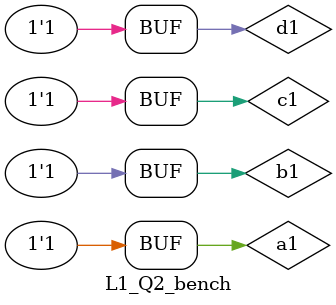
<source format=v>
module L1_Q2(input a,b,c,d, output y);
wire w1,w2,w3,w4;
nor(w1,a,b);
nor(w2,c,d);
nor(w3,w1,w1);
nor(w4,w2,w2);
nor(y,w3,w4);
endmodule


//testbench
module L1_Q2_bench();
reg a1,b1,c1,d1; 
wire y1; 
L1_Q2 dut (.a(a1),.b(b1),.c(c1),.d(d1),.y(y1));
initial  
begin
	      a1=1'b0;b1=1'b0;c1=1'b0;d1=1'b0;   
#100    a1=1'b0;b1=1'b0;c1=1'b0;d1=1'b1; 
#100    a1=1'b0;b1=1'b0;c1=1'b1;d1=1'b0;
#100    a1=1'b0;b1=1'b0;c1=1'b1;d1=1'b1; 
#100    a1=1'b0;b1=1'b1;c1=1'b0;d1=1'b0; 
#100    a1=1'b0;b1=1'b1;c1=1'b0;d1=1'b1; 
#100    a1=1'b0;b1=1'b1;c1=1'b1;d1=1'b0; 
#100    a1=1'b0;b1=1'b1;c1=1'b1;d1=1'b1; 
#100    a1=1'b1;b1=1'b0;c1=1'b0;d1=1'b0; 
#100    a1=1'b1;b1=1'b0;c1=1'b0;d1=1'b1; 
#100    a1=1'b1;b1=1'b0;c1=1'b1;d1=1'b0; 
#100    a1=1'b1;b1=1'b0;c1=1'b1;d1=1'b1; 
#100    a1=1'b1;b1=1'b1;c1=1'b0;d1=1'b0; 
#100    a1=1'b1;b1=1'b1;c1=1'b0;d1=1'b1; 
#100    a1=1'b1;b1=1'b1;c1=1'b1;d1=1'b0; 
#100    a1=1'b1;b1=1'b1;c1=1'b1;d1=1'b1;  
end
endmodule

</source>
